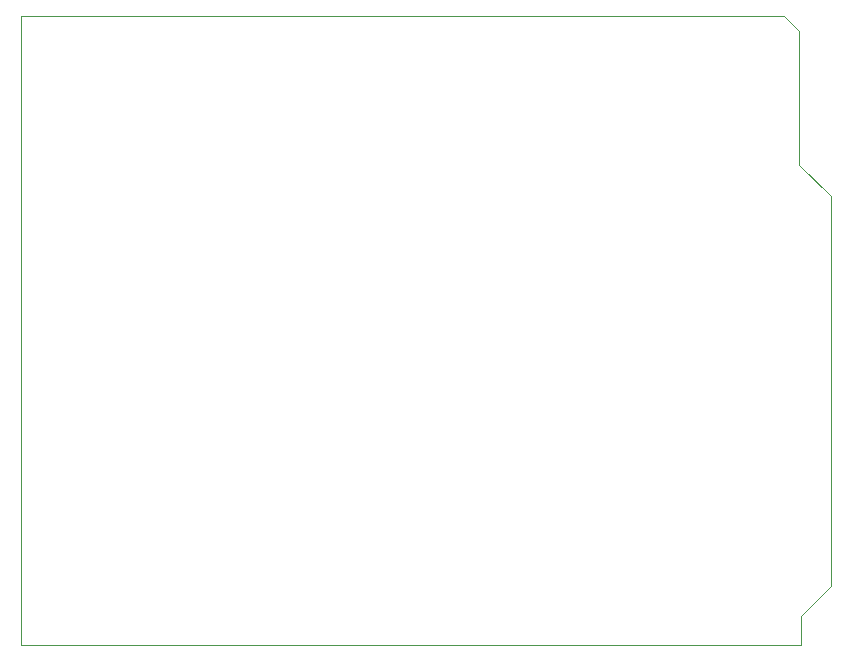
<source format=gm1>
G04 #@! TF.FileFunction,Profile,NP*
%FSLAX46Y46*%
G04 Gerber Fmt 4.6, Leading zero omitted, Abs format (unit mm)*
G04 Created by KiCad (PCBNEW 4.0.6) date 2018 June 04, Monday 22:32:25*
%MOMM*%
%LPD*%
G01*
G04 APERTURE LIST*
%ADD10C,0.150000*%
%ADD11C,0.100000*%
G04 APERTURE END LIST*
D10*
D11*
X197231000Y-72771000D02*
X197358000Y-72898000D01*
X132588000Y-72771000D02*
X197231000Y-72771000D01*
X132588000Y-125984000D02*
X132588000Y-72771000D01*
X198628000Y-125984000D02*
X132588000Y-125984000D01*
X198628000Y-123571000D02*
X198628000Y-125984000D01*
X201168000Y-121031000D02*
X198628000Y-123571000D01*
X201168000Y-88011000D02*
X201168000Y-121031000D01*
X198501000Y-85344000D02*
X201168000Y-88011000D01*
X198501000Y-74041000D02*
X198501000Y-85344000D01*
X197358000Y-72898000D02*
X198501000Y-74041000D01*
M02*

</source>
